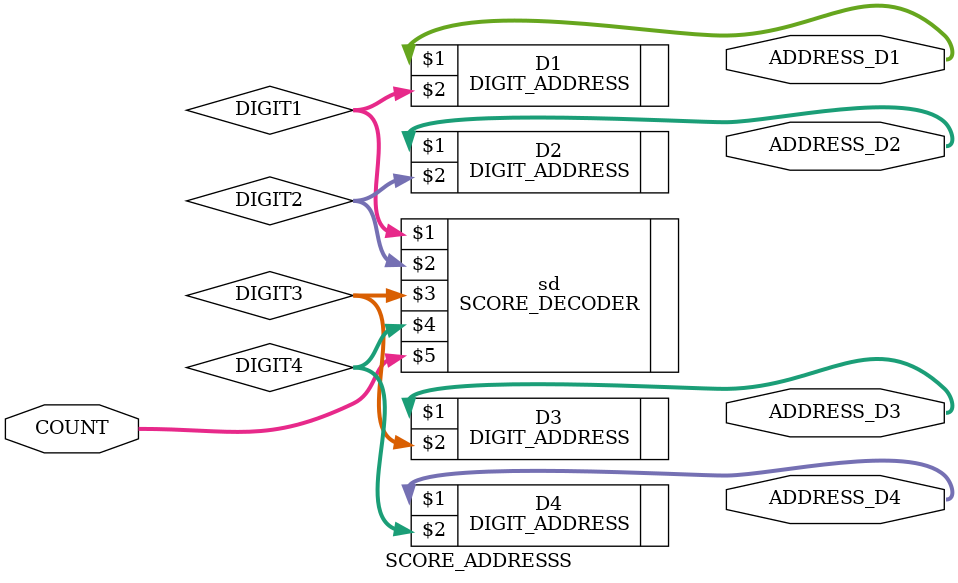
<source format=v>
`timescale 1ns / 1ps


module SCORE_ADDRESSS(output [12:0] ADDRESS_D1, output [12:0] ADDRESS_D2, output [12:0] ADDRESS_D3, output [12:0] ADDRESS_D4, input [31:0] COUNT);
    wire [3:0] DIGIT1;
    wire [3:0] DIGIT2;
    wire [3:0] DIGIT3;
    wire [3:0] DIGIT4;
    //module SCORE_DECODER(output reg [3:0] DIGIT1, output reg [3:0] DIGIT2, output reg [3:0] DIGIT3, output reg [3:0] DIGIT4, input [31:0] COUNT);
    SCORE_DECODER sd(DIGIT1[3:0], DIGIT2[3:0], DIGIT3[3:0], DIGIT4[3:0], COUNT[31:0]);
    
    //module DIGIT_ADDRESS(output reg [12:0] ADDRESS, input [3:0] DIGIT);
    DIGIT_ADDRESS D1(ADDRESS_D1[12:0], DIGIT1[3:0]);
    DIGIT_ADDRESS D2(ADDRESS_D2[12:0], DIGIT2[3:0]);
    DIGIT_ADDRESS D3(ADDRESS_D3[12:0], DIGIT3[3:0]);
    DIGIT_ADDRESS D4(ADDRESS_D4[12:0], DIGIT4[3:0]);
endmodule

</source>
